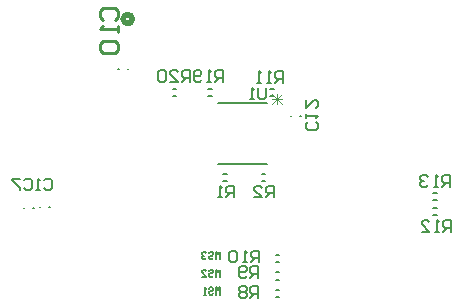
<source format=gbo>
G04*
G04 #@! TF.GenerationSoftware,Altium Limited,Altium Designer,20.0.7 (75)*
G04*
G04 Layer_Color=32896*
%FSLAX44Y44*%
%MOMM*%
G71*
G01*
G75*
%ADD10C,0.5080*%
%ADD11C,0.1524*%
%ADD12C,0.2540*%
%ADD13C,0.2000*%
%ADD14C,0.1500*%
%ADD15C,0.1270*%
%ADD17C,0.0762*%
D10*
X-93440Y97021D02*
G03*
X-93440Y97021I-3810J0D01*
G01*
D11*
X-20828Y-25781D02*
X20828D01*
X-20828Y25781D02*
X20828D01*
D12*
X-118078Y95887D02*
X-120618Y98426D01*
Y103505D01*
X-118078Y106044D01*
X-107922D01*
X-105382Y103505D01*
Y98426D01*
X-107922Y95887D01*
X-105382Y90809D02*
Y85730D01*
Y88270D01*
X-120618D01*
X-118078Y90809D01*
Y78113D02*
X-120618Y75574D01*
Y70495D01*
X-118078Y67956D01*
X-107922D01*
X-105382Y70495D01*
Y75574D01*
X-107922Y78113D01*
X-118078D01*
D13*
X28000Y-108500D02*
X31000D01*
X28000Y-102500D02*
X31000D01*
X28000Y-123500D02*
X31000D01*
X28000Y-117500D02*
X31000D01*
X28000Y-138500D02*
X31000D01*
X28000Y-132500D02*
X31000D01*
X161500Y-69000D02*
X164500D01*
X161500Y-63000D02*
X164500D01*
X161500Y-56000D02*
X164500D01*
X161500Y-50000D02*
X164500D01*
X-171627Y-62501D02*
X-171250Y-62500D01*
X-163750D02*
X-163373Y-62499D01*
X-185127Y-63001D02*
X-184750Y-63000D01*
X-177250D02*
X-176873Y-62999D01*
X-16500Y-40500D02*
X-13500D01*
X-16500Y-34500D02*
X-13500D01*
X16000Y-40500D02*
X19000D01*
X16000Y-34500D02*
X19000D01*
X23500Y32000D02*
X26500D01*
X23500Y38000D02*
X26500D01*
X-97250Y55000D02*
X-96873Y55001D01*
X-105127Y54999D02*
X-104750Y55000D01*
X40873Y14999D02*
X41250Y15000D01*
X48750D02*
X49127Y15001D01*
X-59000Y38000D02*
X-56000D01*
X-59000Y32000D02*
X-56000D01*
X-29000D02*
X-26000D01*
X-29000Y38000D02*
X-26000D01*
D14*
X62332Y10168D02*
X63998Y8502D01*
Y5170D01*
X62332Y3504D01*
X55668D01*
X54002Y5170D01*
Y8502D01*
X55668Y10168D01*
X54002Y13501D02*
Y16833D01*
Y15167D01*
X63998D01*
X62332Y13501D01*
X54002Y28496D02*
Y21831D01*
X60666Y28496D01*
X62332D01*
X63998Y26830D01*
Y23498D01*
X62332Y21831D01*
X-185334Y-39668D02*
X-183668Y-38002D01*
X-180336D01*
X-178669Y-39668D01*
Y-46332D01*
X-180336Y-47998D01*
X-183668D01*
X-185334Y-46332D01*
X-188666Y-38002D02*
X-195331D01*
Y-39668D01*
X-188666Y-46332D01*
Y-47998D01*
X19664Y38998D02*
Y30668D01*
X17998Y29002D01*
X14666D01*
X13000Y30668D01*
Y38998D01*
X9668Y29002D02*
X6335D01*
X8002D01*
Y38998D01*
X9668Y37332D01*
X-44671Y44002D02*
Y53998D01*
X-49669D01*
X-51336Y52332D01*
Y49000D01*
X-49669Y47334D01*
X-44671D01*
X-48003D02*
X-51336Y44002D01*
X-61332D02*
X-54668D01*
X-61332Y50666D01*
Y52332D01*
X-59666Y53998D01*
X-56334D01*
X-54668Y52332D01*
X-64665D02*
X-66331Y53998D01*
X-69663D01*
X-71329Y52332D01*
Y45668D01*
X-69663Y44002D01*
X-66331D01*
X-64665Y45668D01*
Y52332D01*
X-16504Y44002D02*
Y53998D01*
X-21502D01*
X-23168Y52332D01*
Y49000D01*
X-21502Y47334D01*
X-16504D01*
X-19836D02*
X-23168Y44002D01*
X-26501D02*
X-29833D01*
X-28167D01*
Y53998D01*
X-26501Y52332D01*
X-34832Y45668D02*
X-36498Y44002D01*
X-39830D01*
X-41496Y45668D01*
Y52332D01*
X-39830Y53998D01*
X-36498D01*
X-34832Y52332D01*
Y50666D01*
X-36498Y49000D01*
X-41496D01*
X175496Y-44998D02*
Y-35002D01*
X170498D01*
X168832Y-36668D01*
Y-40000D01*
X170498Y-41666D01*
X175496D01*
X172164D02*
X168832Y-44998D01*
X165499D02*
X162167D01*
X163833D01*
Y-35002D01*
X165499Y-36668D01*
X157169D02*
X155502Y-35002D01*
X152170D01*
X150504Y-36668D01*
Y-38334D01*
X152170Y-40000D01*
X153836D01*
X152170D01*
X150504Y-41666D01*
Y-43332D01*
X152170Y-44998D01*
X155502D01*
X157169Y-43332D01*
X176496Y-82998D02*
Y-73002D01*
X171498D01*
X169832Y-74668D01*
Y-78000D01*
X171498Y-79666D01*
X176496D01*
X173164D02*
X169832Y-82998D01*
X166499D02*
X163167D01*
X164833D01*
Y-73002D01*
X166499Y-74668D01*
X151504Y-82998D02*
X158168D01*
X151504Y-76334D01*
Y-74668D01*
X153170Y-73002D01*
X156502D01*
X158168Y-74668D01*
X33830Y43002D02*
Y52998D01*
X28831D01*
X27165Y51332D01*
Y48000D01*
X28831Y46334D01*
X33830D01*
X30498D02*
X27165Y43002D01*
X23833D02*
X20501D01*
X22167D01*
Y52998D01*
X23833Y51332D01*
X15502Y43002D02*
X12170D01*
X13836D01*
Y52998D01*
X15502Y51332D01*
X13496Y-108998D02*
Y-99002D01*
X8498D01*
X6831Y-100668D01*
Y-104000D01*
X8498Y-105666D01*
X13496D01*
X10164D02*
X6831Y-108998D01*
X3499D02*
X167D01*
X1833D01*
Y-99002D01*
X3499Y-100668D01*
X-4832D02*
X-6498Y-99002D01*
X-9830D01*
X-11496Y-100668D01*
Y-107332D01*
X-9830Y-108998D01*
X-6498D01*
X-4832Y-107332D01*
Y-100668D01*
X13331Y-121998D02*
Y-112002D01*
X8332D01*
X6666Y-113668D01*
Y-117000D01*
X8332Y-118666D01*
X13331D01*
X9998D02*
X6666Y-121998D01*
X3334Y-120332D02*
X1668Y-121998D01*
X-1664D01*
X-3331Y-120332D01*
Y-113668D01*
X-1664Y-112002D01*
X1668D01*
X3334Y-113668D01*
Y-115334D01*
X1668Y-117000D01*
X-3331D01*
X13331Y-138998D02*
Y-129002D01*
X8332D01*
X6666Y-130668D01*
Y-134000D01*
X8332Y-135666D01*
X13331D01*
X9998D02*
X6666Y-138998D01*
X3334Y-130668D02*
X1668Y-129002D01*
X-1664D01*
X-3331Y-130668D01*
Y-132334D01*
X-1664Y-134000D01*
X-3331Y-135666D01*
Y-137332D01*
X-1664Y-138998D01*
X1668D01*
X3334Y-137332D01*
Y-135666D01*
X1668Y-134000D01*
X3334Y-132334D01*
Y-130668D01*
X1668Y-134000D02*
X-1664D01*
X26331Y-53998D02*
Y-44002D01*
X21332D01*
X19666Y-45668D01*
Y-49000D01*
X21332Y-50666D01*
X26331D01*
X22998D02*
X19666Y-53998D01*
X9669D02*
X16334D01*
X9669Y-47334D01*
Y-45668D01*
X11336Y-44002D01*
X14668D01*
X16334Y-45668D01*
X-7336Y-53998D02*
Y-44002D01*
X-12334D01*
X-14000Y-45668D01*
Y-49000D01*
X-12334Y-50666D01*
X-7336D01*
X-10668D02*
X-14000Y-53998D01*
X-17332D02*
X-20665D01*
X-18998D01*
Y-44002D01*
X-17332Y-45668D01*
X-168000Y-39668D02*
X-166334Y-38002D01*
X-163002D01*
X-161336Y-39668D01*
Y-46332D01*
X-163002Y-47998D01*
X-166334D01*
X-168000Y-46332D01*
X-171332Y-47998D02*
X-174664D01*
X-172998D01*
Y-38002D01*
X-171332Y-39668D01*
D15*
X-18770Y-136230D02*
Y-130232D01*
X-20769Y-132231D01*
X-22769Y-130232D01*
Y-136230D01*
X-28767Y-131232D02*
X-27767Y-130232D01*
X-25768D01*
X-24768Y-131232D01*
Y-132231D01*
X-25768Y-133231D01*
X-27767D01*
X-28767Y-134231D01*
Y-135230D01*
X-27767Y-136230D01*
X-25768D01*
X-24768Y-135230D01*
X-30766Y-136230D02*
X-32766D01*
X-31766D01*
Y-130232D01*
X-30766Y-131232D01*
X-18770Y-121230D02*
Y-115232D01*
X-20769Y-117231D01*
X-22769Y-115232D01*
Y-121230D01*
X-28767Y-116232D02*
X-27767Y-115232D01*
X-25768D01*
X-24768Y-116232D01*
Y-117231D01*
X-25768Y-118231D01*
X-27767D01*
X-28767Y-119231D01*
Y-120230D01*
X-27767Y-121230D01*
X-25768D01*
X-24768Y-120230D01*
X-34765Y-121230D02*
X-30766D01*
X-34765Y-117231D01*
Y-116232D01*
X-33765Y-115232D01*
X-31766D01*
X-30766Y-116232D01*
X-18770Y-106230D02*
Y-100232D01*
X-20769Y-102231D01*
X-22769Y-100232D01*
Y-106230D01*
X-28767Y-101232D02*
X-27767Y-100232D01*
X-25768D01*
X-24768Y-101232D01*
Y-102231D01*
X-25768Y-103231D01*
X-27767D01*
X-28767Y-104231D01*
Y-105230D01*
X-27767Y-106230D01*
X-25768D01*
X-24768Y-105230D01*
X-30766Y-101232D02*
X-31766Y-100232D01*
X-33765D01*
X-34765Y-101232D01*
Y-102231D01*
X-33765Y-103231D01*
X-32766D01*
X-33765D01*
X-34765Y-104231D01*
Y-105230D01*
X-33765Y-106230D01*
X-31766D01*
X-30766Y-105230D01*
D17*
X33288Y33948D02*
X24824Y25484D01*
X33288D02*
X24824Y33948D01*
X33288Y29716D02*
X24824D01*
X29056Y25484D02*
Y33948D01*
M02*

</source>
